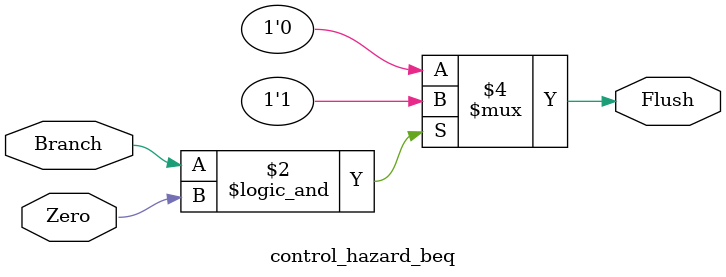
<source format=v>
module control_hazard_beq (
    input wire Branch,  // Asserted for branch instructions in the pipeline
    input wire Zero,    // ALU Zero flag from Execute stage
    output reg Flush  // Signal to flush IF/ID and ID/EX registers
);
  always @(*) begin
    if (Branch && Zero)
      Flush = 1'b1;
    else
      Flush = 1'b0;
  end
endmodule

</source>
